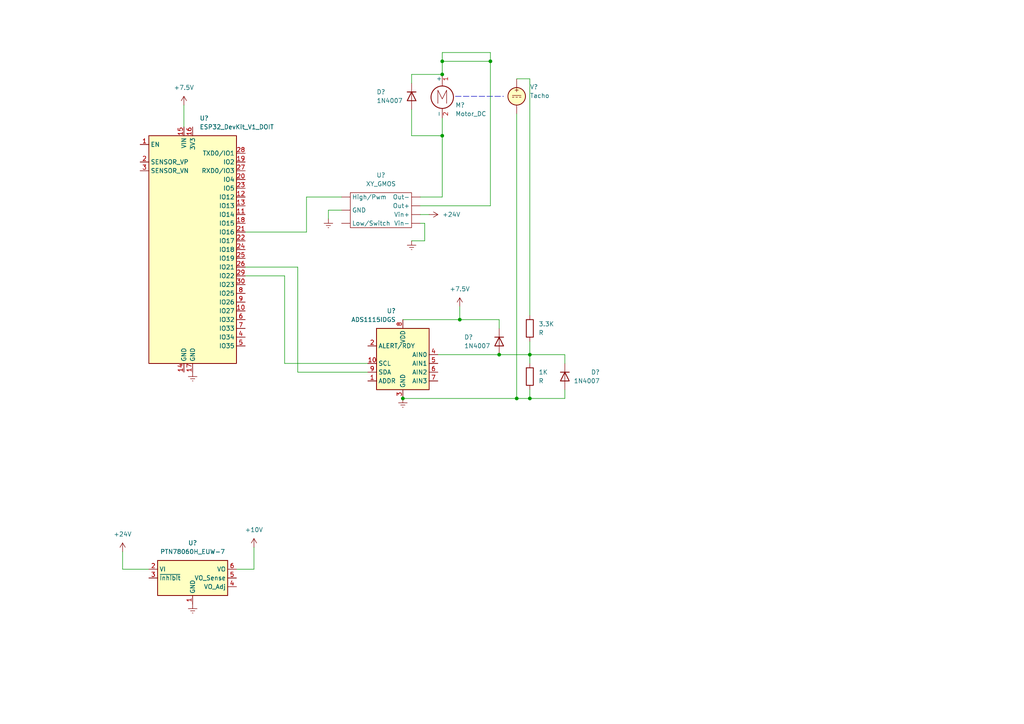
<source format=kicad_sch>
(kicad_sch (version 20211123) (generator eeschema)
  (paper "A4")
  (title_block (title "Bioreactor Controller") (date "2023-02-05") (company "SysMo"))
  (lib_symbols
    (symbol "Analog_ADC:ADS1115IDGS"
      (property "Reference" "U" (at 2.54 13.97 0))
      (property "Value" "ADS1115IDGS" (at 7.62 11.43 0))
      (symbol "ADS1115IDGS_0_1"
        (rectangle (start -7.62 10.16) (end 7.62 -7.62) (stroke (width 0.254)) (fill (type background)))
      )
      (symbol "ADS1115IDGS_1_1"
        (pin input line (at 10.16 -5.08 180) (length 2.54) (name "ADDR") (number "1"))
        (pin input line (at 10.16 0 180) (length 2.54) (name "SCL") (number "10"))
        (pin output line (at 10.16 5.08 180) (length 2.54) (name "ALERT/RDY") (number "2"))
        (pin power_in line (at 0 -10.16 90) (length 2.54) (name "GND") (number "3"))
        (pin input line (at -10.16 2.54 0) (length 2.54) (name "AIN0") (number "4"))
        (pin input line (at -10.16 0 0) (length 2.54) (name "AIN1") (number "5"))
        (pin input line (at -10.16 -2.54 0) (length 2.54) (name "AIN2") (number "6"))
        (pin input line (at -10.16 -5.08 0) (length 2.54) (name "AIN3") (number "7"))
        (pin power_in line (at 0 12.7 270) (length 2.54) (name "VDD") (number "8"))
        (pin bidirectional line (at 10.16 -2.54 180) (length 2.54) (name "SDA") (number "9"))
      )
    )
    (symbol "Converter_DCDC:PTN78060H_EUW-7"
      (property "Reference" "U" (at -6.35 6.35 0))
      (property "Value" "PTN78060H_EUW-7" (at 3.81 6.35 0))
      (symbol "PTN78060H_EUW-7_0_1"
        (rectangle (start -10.16 5.08) (end 10.16 -5.08) (stroke (width 0.254)) (fill (type background)))
      )
      (symbol "PTN78060H_EUW-7_1_1"
        (pin power_in line (at 0 -7.62 90) (length 2.54) (name "GND") (number "1"))
        (pin power_in line (at -12.7 2.54 0) (length 2.54) (name "VI") (number "2"))
        (pin input line (at -12.7 0 0) (length 2.54) (name "~{Inhibit}") (number "3"))
        (pin input line (at 12.7 -2.54 180) (length 2.54) (name "VO_Adj") (number "4"))
        (pin power_out line (at 12.7 0 180) (length 2.54) (name "VO_Sense") (number "5"))
        (pin power_out line (at 12.7 2.54 180) (length 2.54) (name "VO") (number "6"))
        (pin passive line (at 0 -7.62 90) (length 2.54) hide (name "GND") (number "7"))
      )
    )
    (symbol "Device:R" (pin_numbers hide) (pin_names (offset 0))
      (property "Reference" "R" (at 2.032 0 90))
      (property "Value" "R" (at 0 0 90))
      (symbol "R_0_1"
        (rectangle (start -1.016 -2.54) (end 1.016 2.54) (stroke (width 0.254)))
      )
      (symbol "R_1_1"
        (pin passive line (at 0 3.81 270) (length 1.27) (name "~") (number "1"))
        (pin passive line (at 0 -3.81 90) (length 1.27) (name "~") (number "2"))
      )
    )
    (symbol "Diode:1N4007" (pin_numbers hide) (pin_names hide)
      (property "Reference" "D" (at 0 2.54 0))
      (property "Value" "1N4007" (at 0 -2.54 0))
      (symbol "1N4007_0_1"
        (polyline (pts (xy -1.27 1.27) (xy -1.27 -1.27)) (stroke (width 0.254)))
        (polyline (pts (xy 1.27 0) (xy -1.27 0)))
        (polyline (pts (xy 1.27 1.27) (xy 1.27 -1.27) (xy -1.27 0) (xy 1.27 1.27)) (stroke (width 0.254)))
      )
      (symbol "1N4007_1_1"
        (pin passive line (at -3.81 0 0) (length 2.54) (name "K") (number "1"))
        (pin passive line (at 3.81 0 180) (length 2.54) (name "A") (number "2"))
      )
    )
    (symbol "ESP32_Devkit_1:ESP32_DevKit_V1_DOIT"
      (property "Reference" "U" (at -11.43 34.29 0))
      (property "Value" "ESP32_DevKit_V1_DOIT" (at 11.43 34.29 0))
      (symbol "ESP32_DevKit_V1_DOIT_1_1"
        (rectangle (start -12.7 33.02) (end 12.7 -33.02) (stroke (width 0.254)) (fill (type background)))
        (pin input line (at -15.24 30.48 0) (length 2.54) (name "EN") (number "1"))
        (pin bidirectional line (at 15.24 -17.78 180) (length 2.54) (name "IO27") (number "10"))
        (pin bidirectional line (at 15.24 10.16 180) (length 2.54) (name "IO14") (number "11"))
        (pin bidirectional line (at 15.24 15.24 180) (length 2.54) (name "IO12") (number "12"))
        (pin bidirectional line (at 15.24 12.7 180) (length 2.54) (name "IO13") (number "13"))
        (pin power_in line (at -2.54 -35.56 90) (length 2.54) (name "GND") (number "14"))
        (pin power_in line (at -2.54 35.56 270) (length 2.54) (name "VIN") (number "15"))
        (pin power_in line (at 0 35.56 270) (length 2.54) (name "3V3") (number "16"))
        (pin power_in line (at 0 -35.56 90) (length 2.54) (name "GND") (number "17"))
        (pin bidirectional line (at 15.24 7.62 180) (length 2.54) (name "IO15") (number "18"))
        (pin bidirectional line (at 15.24 25.4 180) (length 2.54) (name "IO2") (number "19"))
        (pin input line (at -15.24 25.4 0) (length 2.54) (name "SENSOR_VP") (number "2"))
        (pin bidirectional line (at 15.24 20.32 180) (length 2.54) (name "IO4") (number "20"))
        (pin bidirectional line (at 15.24 5.08 180) (length 2.54) (name "IO16") (number "21"))
        (pin bidirectional line (at 15.24 2.54 180) (length 2.54) (name "IO17") (number "22"))
        (pin bidirectional line (at 15.24 17.78 180) (length 2.54) (name "IO5") (number "23"))
        (pin bidirectional line (at 15.24 0 180) (length 2.54) (name "IO18") (number "24"))
        (pin bidirectional line (at 15.24 -2.54 180) (length 2.54) (name "IO19") (number "25"))
        (pin bidirectional line (at 15.24 -5.08 180) (length 2.54) (name "IO21") (number "26"))
        (pin bidirectional line (at 15.24 22.86 180) (length 2.54) (name "RXD0/IO3") (number "27"))
        (pin bidirectional line (at 15.24 27.94 180) (length 2.54) (name "TXD0/IO1") (number "28"))
        (pin bidirectional line (at 15.24 -7.62 180) (length 2.54) (name "IO22") (number "29"))
        (pin input line (at -15.24 22.86 0) (length 2.54) (name "SENSOR_VN") (number "3"))
        (pin bidirectional line (at 15.24 -10.16 180) (length 2.54) (name "IO23") (number "30"))
        (pin input line (at 15.24 -25.4 180) (length 2.54) (name "IO34") (number "4"))
        (pin input line (at 15.24 -27.94 180) (length 2.54) (name "IO35") (number "5"))
        (pin bidirectional line (at 15.24 -20.32 180) (length 2.54) (name "IO32") (number "6"))
        (pin bidirectional line (at 15.24 -22.86 180) (length 2.54) (name "IO33") (number "7"))
        (pin bidirectional line (at 15.24 -12.7 180) (length 2.54) (name "IO25") (number "8"))
        (pin bidirectional line (at 15.24 -15.24 180) (length 2.54) (name "IO26") (number "9"))
      )
    )
    (symbol "Motor:Motor_DC" (pin_names (offset 0))
      (property "Reference" "M" (at 2.54 2.54 0))
      (property "Value" "Motor_DC" (at 2.54 -5.08 0))
      (symbol "Motor_DC_0_0"
        (polyline (pts (xy -1.27 -3.302) (xy -1.27 0.508) (xy 0 -2.032) (xy 1.27 0.508) (xy 1.27 -3.302)))
      )
      (symbol "Motor_DC_0_1"
        (circle (center 0 -1.524) (radius 3.2512) (stroke (width 0.254)))
        (polyline (pts (xy 0 -7.62) (xy 0 -7.112)))
        (polyline (pts (xy 0 -4.7752) (xy 0 -5.1816)))
        (polyline (pts (xy 0 1.7272) (xy 0 2.0828)))
        (polyline (pts (xy 0 2.032) (xy 0 2.54)))
      )
      (symbol "Motor_DC_1_1"
        (pin passive line (at 0 5.08 270) (length 2.54) (name "+") (number "1"))
        (pin passive line (at 0 -7.62 90) (length 2.54) (name "-") (number "2"))
      )
    )
    (symbol "Simulation_SPICE:VDC" (pin_numbers hide) (pin_names (offset 0.0254))
      (property "Reference" "V" (at 2.54 2.54 0))
      (property "Value" "VDC" (at 2.54 0 0))
      (property "Spice_Model" "dc(1)" (at 2.54 -2.54 0))
      (symbol "VDC_0_0"
        (polyline (pts (xy -1.27 0.254) (xy 1.27 0.254)))
        (polyline (pts (xy -0.762 -0.254) (xy -1.27 -0.254)))
        (polyline (pts (xy 0.254 -0.254) (xy -0.254 -0.254)))
        (polyline (pts (xy 1.27 -0.254) (xy 0.762 -0.254)))
        (text "+" (at 0 1.905 0) (effects (font (size 1.27 1.27))))
      )
      (symbol "VDC_0_1"
        (circle (center 0 0) (radius 2.54) (stroke (width 0.254)) (fill (type background)))
      )
      (symbol "VDC_1_1"
        (pin passive line (at 0 5.08 270) (length 2.54) (name "~") (number "1"))
        (pin passive line (at 0 -5.08 90) (length 2.54) (name "~") (number "2"))
      )
    )
    (symbol "SysMo:XY_GMOS"
      (property "Reference" "U" (at 0 -6.35 0))
      (property "Value" "XY_GMOS" (at 0 7.62 0))
      (symbol "XY_GMOS_0_1"
        (rectangle (start -8.89 5.08) (end 8.89 -5.08))
      )
      (symbol "XY_GMOS_1_1"
        (pin input line (at -11.43 0 0) (length 2.54) (name "GND") (number ""))
        (pin input line (at -11.43 3.81 0) (length 2.54) (name "High/Pwm") (number ""))
        (pin input line (at -11.43 -3.81 0) (length 2.54) (name "Low/Switch") (number ""))
        (pin output line (at 11.43 1.27 180) (length 2.54) (name "Out+") (number ""))
        (pin output line (at 11.43 3.81 180) (length 2.54) (name "Out-") (number ""))
        (pin input line (at 11.43 -1.27 180) (length 2.54) (name "Vin+") (number ""))
        (pin output line (at 11.43 -3.81 180) (length 2.54) (name "Vin-") (number ""))
      )
    )
    (symbol "power:+10V" (power) (pin_names (offset 0))
      (property "Value" "+10V" (at 0 3.556 0))
      (symbol "+10V_0_1"
        (polyline (pts (xy -0.762 1.27) (xy 0 2.54)))
        (polyline (pts (xy 0 0) (xy 0 2.54)))
        (polyline (pts (xy 0 2.54) (xy 0.762 1.27)))
      )
      (symbol "+10V_1_1"
        (pin power_in line (at 0 0 90) (length 0) hide (name "+10V") (number "1"))
      )
    )
    (symbol "power:+24V" (power) (pin_names (offset 0))
      (property "Value" "+24V" (at 0 3.556 0))
      (symbol "+24V_0_1"
        (polyline (pts (xy -0.762 1.27) (xy 0 2.54)))
        (polyline (pts (xy 0 0) (xy 0 2.54)))
        (polyline (pts (xy 0 2.54) (xy 0.762 1.27)))
      )
      (symbol "+24V_1_1"
        (pin power_in line (at 0 0 90) (length 0) hide (name "+24V") (number "1"))
      )
    )
    (symbol "power:+7.5V" (power) (pin_names (offset 0))
      (property "Value" "+7.5V" (at 0 3.556 0))
      (symbol "+7.5V_0_1"
        (polyline (pts (xy -0.762 1.27) (xy 0 2.54)))
        (polyline (pts (xy 0 0) (xy 0 2.54)))
        (polyline (pts (xy 0 2.54) (xy 0.762 1.27)))
      )
      (symbol "+7.5V_1_1"
        (pin power_in line (at 0 0 90) (length 0) hide (name "+7.5V") (number "1"))
      )
    )
    (symbol "power:Earth" (power) (pin_names (offset 0))
      (symbol "Earth_0_1"
        (polyline (pts (xy -0.635 -1.905) (xy 0.635 -1.905)))
        (polyline (pts (xy -0.127 -2.54) (xy 0.127 -2.54)))
        (polyline (pts (xy 0 -1.27) (xy 0 0)))
        (polyline (pts (xy 1.27 -1.27) (xy -1.27 -1.27)))
      )
      (symbol "Earth_1_1"
        (pin power_in line (at 0 0 270) (length 0) hide (name "Earth") (number "1"))
      )
    )
  )
  (junction (at 133.35 92.71))
  (junction (at 128.27 17.78))
  (junction (at 153.67 115.57))
  (junction (at 128.27 21.59))
  (junction (at 144.78 102.87))
  (junction (at 142.24 17.78))
  (junction (at 153.67 102.87))
  (junction (at 149.86 115.57))
  (junction (at 116.84 115.57))
  (junction (at 128.27 39.37))
  (wire (pts (xy 149.86 22.86) (xy 153.67 22.86)))
  (wire (pts (xy 123.19 64.77) (xy 121.92 64.77)))
  (wire (pts (xy 128.27 17.78) (xy 128.27 15.24)))
  (wire (pts (xy 123.19 69.85) (xy 119.38 69.85)))
  (wire (pts (xy 149.86 115.57) (xy 153.67 115.57)))
  (wire (pts (xy 68.58 165.1) (xy 73.66 165.1)))
  (wire (pts (xy 149.86 33.02) (xy 149.86 115.57)))
  (wire (pts (xy 95.25 60.96) (xy 95.25 63.5)))
  (wire (pts (xy 153.67 113.03) (xy 153.67 115.57)))
  (wire (pts (xy 128.27 34.29) (xy 128.27 39.37)))
  (wire (pts (xy 73.66 165.1) (xy 73.66 158.75)))
  (wire (pts (xy 144.78 102.87) (xy 153.67 102.87)))
  (wire (pts (xy 88.9 57.15) (xy 99.06 57.15)))
  (wire (pts (xy 82.55 105.41) (xy 106.68 105.41)))
  (wire (pts (xy 163.83 115.57) (xy 153.67 115.57)))
  (wire (pts (xy 128.27 21.59) (xy 128.27 17.78)))
  (wire (pts (xy 121.92 57.15) (xy 128.27 57.15)))
  (wire (pts (xy 133.35 92.71) (xy 144.78 92.71)))
  (wire (pts (xy 116.84 92.71) (xy 133.35 92.71)))
  (wire (pts (xy 128.27 39.37) (xy 128.27 57.15)))
  (wire (pts (xy 88.9 57.15) (xy 88.9 67.31)))
  (wire (pts (xy 99.06 60.96) (xy 95.25 60.96)))
  (wire (pts (xy 86.36 107.95) (xy 106.68 107.95)))
  (wire (pts (xy 142.24 59.69) (xy 142.24 17.78)))
  (wire (pts (xy 71.12 80.01) (xy 82.55 80.01)))
  (wire (pts (xy 121.92 59.69) (xy 142.24 59.69)))
  (wire (pts (xy 119.38 39.37) (xy 128.27 39.37)))
  (wire (pts (xy 142.24 15.24) (xy 128.27 15.24)))
  (wire (pts (xy 163.83 102.87) (xy 153.67 102.87)))
  (wire (pts (xy 142.24 17.78) (xy 142.24 15.24)))
  (wire (pts (xy 35.56 165.1) (xy 43.18 165.1)))
  (wire (pts (xy 119.38 21.59) (xy 128.27 21.59)))
  (wire (pts (xy 142.24 17.78) (xy 128.27 17.78)))
  (wire (pts (xy 53.34 30.48) (xy 53.34 36.83)))
  (wire (pts (xy 163.83 113.03) (xy 163.83 115.57)))
  (wire (pts (xy 116.84 115.57) (xy 149.86 115.57)))
  (wire (pts (xy 153.67 99.06) (xy 153.67 102.87)))
  (wire (pts (xy 153.67 105.41) (xy 153.67 102.87)))
  (wire (pts (xy 127 102.87) (xy 144.78 102.87)))
  (wire (pts (xy 153.67 22.86) (xy 153.67 91.44)))
  (wire (pts (xy 71.12 77.47) (xy 86.36 77.47)))
  (wire (pts (xy 119.38 21.59) (xy 119.38 24.13)))
  (wire (pts (xy 82.55 80.01) (xy 82.55 105.41)))
  (wire (pts (xy 163.83 105.41) (xy 163.83 102.87)))
  (wire (pts (xy 121.92 62.23) (xy 124.46 62.23)))
  (wire (pts (xy 86.36 77.47) (xy 86.36 107.95)))
  (wire (pts (xy 35.56 160.02) (xy 35.56 165.1)))
  (polyline (pts (xy 132.08 27.94) (xy 146.05 27.94)))
  (wire (pts (xy 123.19 69.85) (xy 123.19 64.77)))
  (wire (pts (xy 119.38 31.75) (xy 119.38 39.37)))
  (wire (pts (xy 133.35 88.9) (xy 133.35 92.71)))
  (wire (pts (xy 71.12 67.31) (xy 88.9 67.31)))
  (wire (pts (xy 144.78 92.71) (xy 144.78 95.25)))
  (symbol (lib_id "power:Earth") (at 55.88 175.26 0) (unit 1)
    (property "Reference" "#PWR?" (effects hide))
    (property "Value" "Earth" (effects hide))
  )
  (symbol (lib_id "Diode:1N4007") (at 163.83 109.22 90) (mirror x) (unit 1)
    (property "Reference" "D?" (at 173.99 107.95 90) (effects (justify left)))
    (property "Value" "1N4007" (at 173.99 110.49 90) (effects (justify left)))
    (property "Footprint" "Diode_THT:D_DO-41_SOD81_P10.16mm_Horizontal" (effects hide))
    (property "Datasheet" "http://www.vishay.com/docs/88503/1n4001.pdf" (effects hide))
  )
  (symbol (lib_id "power:+7.5V") (at 133.35 88.9 0) (unit 1)
    (property "Reference" "#PWR?" (effects hide))
    (property "Value" "+7.5V" (at 133.35 83.82 0))
  )
  (symbol (lib_id "power:Earth") (at 55.88 107.95 0) (unit 1)
    (property "Reference" "#PWR?" (effects hide))
    (property "Value" "Earth" (effects hide))
  )
  (symbol (lib_id "SysMo:XY_GMOS") (at 110.49 60.96 0) (unit 1)
    (property "Reference" "U?" (at 110.49 50.8 0))
    (property "Value" "XY_GMOS" (at 110.49 53.34 0))
  )
  (symbol (lib_id "Diode:1N4007") (at 119.38 27.94 270) (unit 1)
    (property "Reference" "D?" (at 109.22 26.67 90) (effects (justify left)))
    (property "Value" "1N4007" (at 109.22 29.21 90) (effects (justify left)))
    (property "Footprint" "Diode_THT:D_DO-41_SOD81_P10.16mm_Horizontal" (effects hide))
    (property "Datasheet" "http://www.vishay.com/docs/88503/1n4001.pdf" (effects hide))
  )
  (symbol (lib_id "power:+24V") (at 35.56 160.02 0) (unit 1)
    (property "Reference" "#PWR?" (effects hide))
    (property "Value" "+24V" (at 35.56 154.94 0))
  )
  (symbol (lib_id "power:+7.5V") (at 53.34 30.48 0) (unit 1)
    (property "Reference" "#PWR?" (effects hide))
    (property "Value" "+7.5V" (at 53.34 25.4 0))
  )
  (symbol (lib_id "Motor:Motor_DC") (at 128.27 26.67 0) (unit 1)
    (property "Reference" "M?" (at 132.08 30.48 0) (effects (justify left)))
    (property "Value" "Motor_DC" (at 132.08 33.02 0) (effects (justify left)))
  )
  (symbol (lib_id "Diode:1N4007") (at 144.78 99.06 270) (unit 1)
    (property "Reference" "D?" (at 134.62 97.79 90) (effects (justify left)))
    (property "Value" "1N4007" (at 134.62 100.33 90) (effects (justify left)))
    (property "Footprint" "Diode_THT:D_DO-41_SOD81_P10.16mm_Horizontal" (effects hide))
    (property "Datasheet" "http://www.vishay.com/docs/88503/1n4001.pdf" (effects hide))
  )
  (symbol (lib_id "Analog_ADC:ADS1115IDGS") (at 116.84 105.41 0) (mirror y) (unit 1)
    (property "Reference" "U?" (at 114.8206 90.17 0) (effects (justify left)))
    (property "Value" "ADS1115IDGS" (at 114.8206 92.71 0) (effects (justify left)))
    (property "Footprint" "Package_SO:TSSOP-10_3x3mm_P0.5mm" (effects hide))
    (property "Datasheet" "http://www.ti.com/lit/ds/symlink/ads1113.pdf" (effects hide))
  )
  (symbol (lib_id "Device:R") (at 153.67 95.25 180) (unit 1)
    (property "Reference" "3.3K" (at 156.21 93.9799 0) (effects (justify right)))
    (property "Value" "R" (at 156.21 96.5199 0) (effects (justify right)))
  )
  (symbol (lib_id "power:+10V") (at 73.66 158.75 0) (unit 1)
    (property "Reference" "#PWR?" (effects hide))
    (property "Value" "+10V" (at 73.66 153.67 0))
  )
  (symbol (lib_id "power:Earth") (at 116.84 115.57 0) (mirror y) (unit 1)
    (property "Reference" "#PWR?" (effects hide))
    (property "Value" "Earth" (effects hide))
  )
  (symbol (lib_id "power:Earth") (at 119.38 69.85 0) (unit 1)
    (property "Reference" "#PWR?" (effects hide))
    (property "Value" "Earth" (effects hide))
  )
  (symbol (lib_id "ESP32_Devkit_1:ESP32_DevKit_V1_DOIT") (at 55.88 72.39 0) (unit 1)
    (property "Reference" "U?" (at 57.8994 34.29 0) (effects (justify left)))
    (property "Value" "ESP32_DevKit_V1_DOIT" (at 57.8994 36.83 0) (effects (justify left)))
    (property "Footprint" "ESP32_DevKit_V1_DOIT:esp32_devkit_v1_doit" (effects hide))
    (property "Datasheet" "https://aliexpress.com/item/32864722159.html" (effects hide))
  )
  (symbol (lib_id "Simulation_SPICE:VDC") (at 149.86 27.94 0) (unit 1)
    (property "Reference" "V?" (at 153.67 25.2101 0) (effects (justify left)))
    (property "Value" "Tacho" (at 153.67 27.7501 0) (effects (justify left)))
    (property "Spice_Netlist_Enabled" "Y" (effects hide))
    (property "Spice_Primitive" "V" (effects hide))
    (property "Spice_Model" "3V/1000rpm" (at 153.67 30.2901 0) (effects (justify left)))
  )
  (symbol (lib_id "power:+24V") (at 124.46 62.23 270) (unit 1)
    (property "Reference" "#PWR?" (effects hide))
    (property "Value" "+24V" (at 128.27 62.2299 90) (effects (justify left)))
  )
  (symbol (lib_id "Device:R") (at 153.67 109.22 180) (unit 1)
    (property "Reference" "1K" (at 156.21 107.9499 0) (effects (justify right)))
    (property "Value" "R" (at 156.21 110.4899 0) (effects (justify right)))
  )
  (symbol (lib_id "Converter_DCDC:PTN78060H_EUW-7") (at 55.88 167.64 0) (unit 1)
    (property "Reference" "U?" (at 55.88 157.48 0))
    (property "Value" "PTN78060H_EUW-7" (at 55.88 160.02 0))
    (property "Footprint" "Module:Texas_EUW_R-PDSS-T7_THT" (effects hide))
    (property "Datasheet" "https://www.ti.com/lit/ds/symlink/ptn78060w.pdf" (effects hide))
  )
  (symbol (lib_id "power:Earth") (at 95.25 63.5 0) (mirror y) (unit 1)
    (property "Reference" "#PWR?" (effects hide))
    (property "Value" "Earth" (effects hide))
  )
)
</source>
